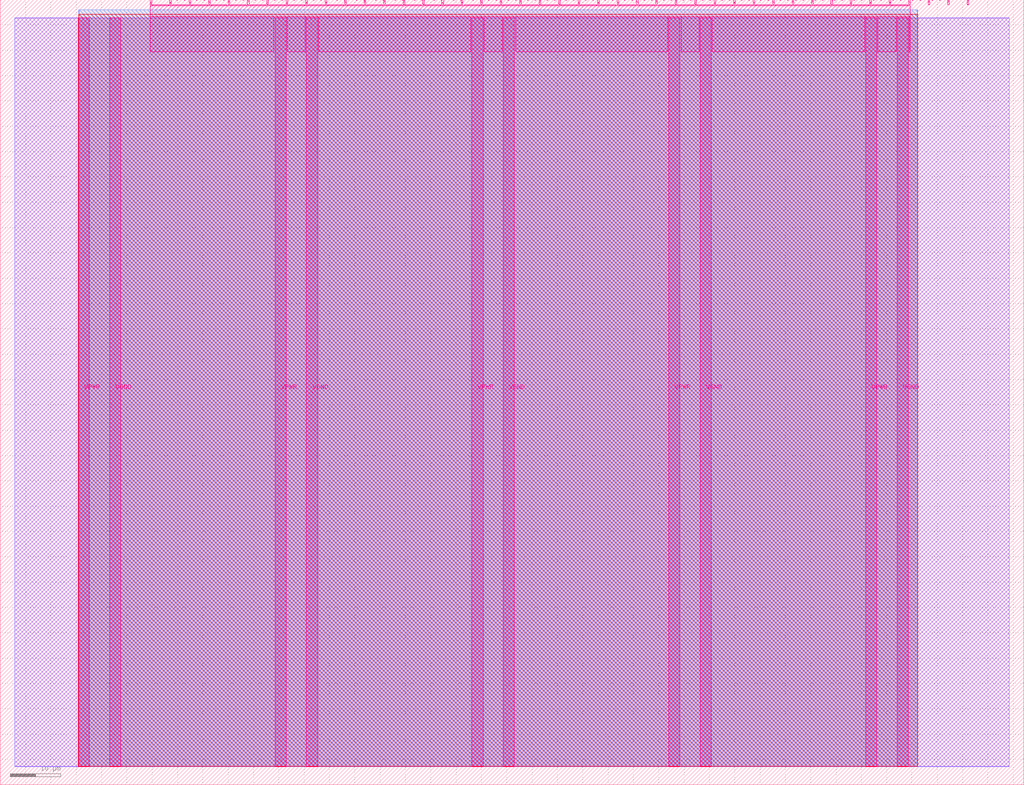
<source format=lef>
VERSION 5.7 ;
  NOWIREEXTENSIONATPIN ON ;
  DIVIDERCHAR "/" ;
  BUSBITCHARS "[]" ;
MACRO tt_um_wokwi_434921821909078017
  CLASS BLOCK ;
  FOREIGN tt_um_wokwi_434921821909078017 ;
  ORIGIN 0.000 0.000 ;
  SIZE 202.080 BY 154.980 ;
  PIN VGND
    DIRECTION INOUT ;
    USE GROUND ;
    PORT
      LAYER Metal5 ;
        RECT 21.580 3.560 23.780 151.420 ;
    END
    PORT
      LAYER Metal5 ;
        RECT 60.450 3.560 62.650 151.420 ;
    END
    PORT
      LAYER Metal5 ;
        RECT 99.320 3.560 101.520 151.420 ;
    END
    PORT
      LAYER Metal5 ;
        RECT 138.190 3.560 140.390 151.420 ;
    END
    PORT
      LAYER Metal5 ;
        RECT 177.060 3.560 179.260 151.420 ;
    END
  END VGND
  PIN VPWR
    DIRECTION INOUT ;
    USE POWER ;
    PORT
      LAYER Metal5 ;
        RECT 15.380 3.560 17.580 151.420 ;
    END
    PORT
      LAYER Metal5 ;
        RECT 54.250 3.560 56.450 151.420 ;
    END
    PORT
      LAYER Metal5 ;
        RECT 93.120 3.560 95.320 151.420 ;
    END
    PORT
      LAYER Metal5 ;
        RECT 131.990 3.560 134.190 151.420 ;
    END
    PORT
      LAYER Metal5 ;
        RECT 170.860 3.560 173.060 151.420 ;
    END
  END VPWR
  PIN clk
    DIRECTION INPUT ;
    USE SIGNAL ;
    PORT
      LAYER Metal5 ;
        RECT 187.050 153.980 187.350 154.980 ;
    END
  END clk
  PIN ena
    DIRECTION INPUT ;
    USE SIGNAL ;
    PORT
      LAYER Metal5 ;
        RECT 190.890 153.980 191.190 154.980 ;
    END
  END ena
  PIN rst_n
    DIRECTION INPUT ;
    USE SIGNAL ;
    PORT
      LAYER Metal5 ;
        RECT 183.210 153.980 183.510 154.980 ;
    END
  END rst_n
  PIN ui_in[0]
    DIRECTION INPUT ;
    USE SIGNAL ;
    ANTENNAGATEAREA 0.180700 ;
    PORT
      LAYER Metal5 ;
        RECT 179.370 153.980 179.670 154.980 ;
    END
  END ui_in[0]
  PIN ui_in[1]
    DIRECTION INPUT ;
    USE SIGNAL ;
    ANTENNAGATEAREA 0.180700 ;
    PORT
      LAYER Metal5 ;
        RECT 175.530 153.980 175.830 154.980 ;
    END
  END ui_in[1]
  PIN ui_in[2]
    DIRECTION INPUT ;
    USE SIGNAL ;
    ANTENNAGATEAREA 0.180700 ;
    PORT
      LAYER Metal5 ;
        RECT 171.690 153.980 171.990 154.980 ;
    END
  END ui_in[2]
  PIN ui_in[3]
    DIRECTION INPUT ;
    USE SIGNAL ;
    ANTENNAGATEAREA 0.180700 ;
    PORT
      LAYER Metal5 ;
        RECT 167.850 153.980 168.150 154.980 ;
    END
  END ui_in[3]
  PIN ui_in[4]
    DIRECTION INPUT ;
    USE SIGNAL ;
    ANTENNAGATEAREA 0.180700 ;
    PORT
      LAYER Metal5 ;
        RECT 164.010 153.980 164.310 154.980 ;
    END
  END ui_in[4]
  PIN ui_in[5]
    DIRECTION INPUT ;
    USE SIGNAL ;
    ANTENNAGATEAREA 0.180700 ;
    PORT
      LAYER Metal5 ;
        RECT 160.170 153.980 160.470 154.980 ;
    END
  END ui_in[5]
  PIN ui_in[6]
    DIRECTION INPUT ;
    USE SIGNAL ;
    ANTENNAGATEAREA 0.180700 ;
    PORT
      LAYER Metal5 ;
        RECT 156.330 153.980 156.630 154.980 ;
    END
  END ui_in[6]
  PIN ui_in[7]
    DIRECTION INPUT ;
    USE SIGNAL ;
    ANTENNAGATEAREA 0.180700 ;
    PORT
      LAYER Metal5 ;
        RECT 152.490 153.980 152.790 154.980 ;
    END
  END ui_in[7]
  PIN uio_in[0]
    DIRECTION INPUT ;
    USE SIGNAL ;
    PORT
      LAYER Metal5 ;
        RECT 148.650 153.980 148.950 154.980 ;
    END
  END uio_in[0]
  PIN uio_in[1]
    DIRECTION INPUT ;
    USE SIGNAL ;
    PORT
      LAYER Metal5 ;
        RECT 144.810 153.980 145.110 154.980 ;
    END
  END uio_in[1]
  PIN uio_in[2]
    DIRECTION INPUT ;
    USE SIGNAL ;
    PORT
      LAYER Metal5 ;
        RECT 140.970 153.980 141.270 154.980 ;
    END
  END uio_in[2]
  PIN uio_in[3]
    DIRECTION INPUT ;
    USE SIGNAL ;
    PORT
      LAYER Metal5 ;
        RECT 137.130 153.980 137.430 154.980 ;
    END
  END uio_in[3]
  PIN uio_in[4]
    DIRECTION INPUT ;
    USE SIGNAL ;
    PORT
      LAYER Metal5 ;
        RECT 133.290 153.980 133.590 154.980 ;
    END
  END uio_in[4]
  PIN uio_in[5]
    DIRECTION INPUT ;
    USE SIGNAL ;
    PORT
      LAYER Metal5 ;
        RECT 129.450 153.980 129.750 154.980 ;
    END
  END uio_in[5]
  PIN uio_in[6]
    DIRECTION INPUT ;
    USE SIGNAL ;
    PORT
      LAYER Metal5 ;
        RECT 125.610 153.980 125.910 154.980 ;
    END
  END uio_in[6]
  PIN uio_in[7]
    DIRECTION INPUT ;
    USE SIGNAL ;
    PORT
      LAYER Metal5 ;
        RECT 121.770 153.980 122.070 154.980 ;
    END
  END uio_in[7]
  PIN uio_oe[0]
    DIRECTION OUTPUT ;
    USE SIGNAL ;
    ANTENNADIFFAREA 0.299200 ;
    PORT
      LAYER Metal5 ;
        RECT 56.490 153.980 56.790 154.980 ;
    END
  END uio_oe[0]
  PIN uio_oe[1]
    DIRECTION OUTPUT ;
    USE SIGNAL ;
    ANTENNADIFFAREA 0.299200 ;
    PORT
      LAYER Metal5 ;
        RECT 52.650 153.980 52.950 154.980 ;
    END
  END uio_oe[1]
  PIN uio_oe[2]
    DIRECTION OUTPUT ;
    USE SIGNAL ;
    ANTENNADIFFAREA 0.299200 ;
    PORT
      LAYER Metal5 ;
        RECT 48.810 153.980 49.110 154.980 ;
    END
  END uio_oe[2]
  PIN uio_oe[3]
    DIRECTION OUTPUT ;
    USE SIGNAL ;
    ANTENNADIFFAREA 0.299200 ;
    PORT
      LAYER Metal5 ;
        RECT 44.970 153.980 45.270 154.980 ;
    END
  END uio_oe[3]
  PIN uio_oe[4]
    DIRECTION OUTPUT ;
    USE SIGNAL ;
    ANTENNADIFFAREA 0.299200 ;
    PORT
      LAYER Metal5 ;
        RECT 41.130 153.980 41.430 154.980 ;
    END
  END uio_oe[4]
  PIN uio_oe[5]
    DIRECTION OUTPUT ;
    USE SIGNAL ;
    ANTENNADIFFAREA 0.299200 ;
    PORT
      LAYER Metal5 ;
        RECT 37.290 153.980 37.590 154.980 ;
    END
  END uio_oe[5]
  PIN uio_oe[6]
    DIRECTION OUTPUT ;
    USE SIGNAL ;
    ANTENNADIFFAREA 0.299200 ;
    PORT
      LAYER Metal5 ;
        RECT 33.450 153.980 33.750 154.980 ;
    END
  END uio_oe[6]
  PIN uio_oe[7]
    DIRECTION OUTPUT ;
    USE SIGNAL ;
    ANTENNADIFFAREA 0.299200 ;
    PORT
      LAYER Metal5 ;
        RECT 29.610 153.980 29.910 154.980 ;
    END
  END uio_oe[7]
  PIN uio_out[0]
    DIRECTION OUTPUT ;
    USE SIGNAL ;
    ANTENNADIFFAREA 0.299200 ;
    PORT
      LAYER Metal5 ;
        RECT 87.210 153.980 87.510 154.980 ;
    END
  END uio_out[0]
  PIN uio_out[1]
    DIRECTION OUTPUT ;
    USE SIGNAL ;
    ANTENNADIFFAREA 0.299200 ;
    PORT
      LAYER Metal5 ;
        RECT 83.370 153.980 83.670 154.980 ;
    END
  END uio_out[1]
  PIN uio_out[2]
    DIRECTION OUTPUT ;
    USE SIGNAL ;
    ANTENNADIFFAREA 0.299200 ;
    PORT
      LAYER Metal5 ;
        RECT 79.530 153.980 79.830 154.980 ;
    END
  END uio_out[2]
  PIN uio_out[3]
    DIRECTION OUTPUT ;
    USE SIGNAL ;
    ANTENNADIFFAREA 0.299200 ;
    PORT
      LAYER Metal5 ;
        RECT 75.690 153.980 75.990 154.980 ;
    END
  END uio_out[3]
  PIN uio_out[4]
    DIRECTION OUTPUT ;
    USE SIGNAL ;
    ANTENNADIFFAREA 0.299200 ;
    PORT
      LAYER Metal5 ;
        RECT 71.850 153.980 72.150 154.980 ;
    END
  END uio_out[4]
  PIN uio_out[5]
    DIRECTION OUTPUT ;
    USE SIGNAL ;
    ANTENNADIFFAREA 0.299200 ;
    PORT
      LAYER Metal5 ;
        RECT 68.010 153.980 68.310 154.980 ;
    END
  END uio_out[5]
  PIN uio_out[6]
    DIRECTION OUTPUT ;
    USE SIGNAL ;
    ANTENNADIFFAREA 0.299200 ;
    PORT
      LAYER Metal5 ;
        RECT 64.170 153.980 64.470 154.980 ;
    END
  END uio_out[6]
  PIN uio_out[7]
    DIRECTION OUTPUT ;
    USE SIGNAL ;
    ANTENNADIFFAREA 0.299200 ;
    PORT
      LAYER Metal5 ;
        RECT 60.330 153.980 60.630 154.980 ;
    END
  END uio_out[7]
  PIN uo_out[0]
    DIRECTION OUTPUT ;
    USE SIGNAL ;
    ANTENNADIFFAREA 0.654800 ;
    PORT
      LAYER Metal5 ;
        RECT 117.930 153.980 118.230 154.980 ;
    END
  END uo_out[0]
  PIN uo_out[1]
    DIRECTION OUTPUT ;
    USE SIGNAL ;
    ANTENNADIFFAREA 0.654800 ;
    PORT
      LAYER Metal5 ;
        RECT 114.090 153.980 114.390 154.980 ;
    END
  END uo_out[1]
  PIN uo_out[2]
    DIRECTION OUTPUT ;
    USE SIGNAL ;
    ANTENNADIFFAREA 0.654800 ;
    PORT
      LAYER Metal5 ;
        RECT 110.250 153.980 110.550 154.980 ;
    END
  END uo_out[2]
  PIN uo_out[3]
    DIRECTION OUTPUT ;
    USE SIGNAL ;
    ANTENNADIFFAREA 0.654800 ;
    PORT
      LAYER Metal5 ;
        RECT 106.410 153.980 106.710 154.980 ;
    END
  END uo_out[3]
  PIN uo_out[4]
    DIRECTION OUTPUT ;
    USE SIGNAL ;
    ANTENNADIFFAREA 0.654800 ;
    PORT
      LAYER Metal5 ;
        RECT 102.570 153.980 102.870 154.980 ;
    END
  END uo_out[4]
  PIN uo_out[5]
    DIRECTION OUTPUT ;
    USE SIGNAL ;
    ANTENNADIFFAREA 0.654800 ;
    PORT
      LAYER Metal5 ;
        RECT 98.730 153.980 99.030 154.980 ;
    END
  END uo_out[5]
  PIN uo_out[6]
    DIRECTION OUTPUT ;
    USE SIGNAL ;
    ANTENNADIFFAREA 0.654800 ;
    PORT
      LAYER Metal5 ;
        RECT 94.890 153.980 95.190 154.980 ;
    END
  END uo_out[6]
  PIN uo_out[7]
    DIRECTION OUTPUT ;
    USE SIGNAL ;
    ANTENNADIFFAREA 0.654800 ;
    PORT
      LAYER Metal5 ;
        RECT 91.050 153.980 91.350 154.980 ;
    END
  END uo_out[7]
  OBS
      LAYER GatPoly ;
        RECT 2.880 3.630 199.200 151.350 ;
      LAYER Metal1 ;
        RECT 2.880 3.560 199.200 151.420 ;
      LAYER Metal2 ;
        RECT 15.515 3.680 181.105 152.980 ;
      LAYER Metal3 ;
        RECT 15.560 3.635 181.060 153.025 ;
      LAYER Metal4 ;
        RECT 15.515 3.680 181.105 152.140 ;
      LAYER Metal5 ;
        RECT 30.120 153.770 33.240 153.980 ;
        RECT 33.960 153.770 37.080 153.980 ;
        RECT 37.800 153.770 40.920 153.980 ;
        RECT 41.640 153.770 44.760 153.980 ;
        RECT 45.480 153.770 48.600 153.980 ;
        RECT 49.320 153.770 52.440 153.980 ;
        RECT 53.160 153.770 56.280 153.980 ;
        RECT 57.000 153.770 60.120 153.980 ;
        RECT 60.840 153.770 63.960 153.980 ;
        RECT 64.680 153.770 67.800 153.980 ;
        RECT 68.520 153.770 71.640 153.980 ;
        RECT 72.360 153.770 75.480 153.980 ;
        RECT 76.200 153.770 79.320 153.980 ;
        RECT 80.040 153.770 83.160 153.980 ;
        RECT 83.880 153.770 87.000 153.980 ;
        RECT 87.720 153.770 90.840 153.980 ;
        RECT 91.560 153.770 94.680 153.980 ;
        RECT 95.400 153.770 98.520 153.980 ;
        RECT 99.240 153.770 102.360 153.980 ;
        RECT 103.080 153.770 106.200 153.980 ;
        RECT 106.920 153.770 110.040 153.980 ;
        RECT 110.760 153.770 113.880 153.980 ;
        RECT 114.600 153.770 117.720 153.980 ;
        RECT 118.440 153.770 121.560 153.980 ;
        RECT 122.280 153.770 125.400 153.980 ;
        RECT 126.120 153.770 129.240 153.980 ;
        RECT 129.960 153.770 133.080 153.980 ;
        RECT 133.800 153.770 136.920 153.980 ;
        RECT 137.640 153.770 140.760 153.980 ;
        RECT 141.480 153.770 144.600 153.980 ;
        RECT 145.320 153.770 148.440 153.980 ;
        RECT 149.160 153.770 152.280 153.980 ;
        RECT 153.000 153.770 156.120 153.980 ;
        RECT 156.840 153.770 159.960 153.980 ;
        RECT 160.680 153.770 163.800 153.980 ;
        RECT 164.520 153.770 167.640 153.980 ;
        RECT 168.360 153.770 171.480 153.980 ;
        RECT 172.200 153.770 175.320 153.980 ;
        RECT 176.040 153.770 179.160 153.980 ;
        RECT 29.660 151.630 179.620 153.770 ;
        RECT 29.660 144.755 54.040 151.630 ;
        RECT 56.660 144.755 60.240 151.630 ;
        RECT 62.860 144.755 92.910 151.630 ;
        RECT 95.530 144.755 99.110 151.630 ;
        RECT 101.730 144.755 131.780 151.630 ;
        RECT 134.400 144.755 137.980 151.630 ;
        RECT 140.600 144.755 170.650 151.630 ;
        RECT 173.270 144.755 176.850 151.630 ;
        RECT 179.470 144.755 179.620 151.630 ;
  END
END tt_um_wokwi_434921821909078017
END LIBRARY


</source>
